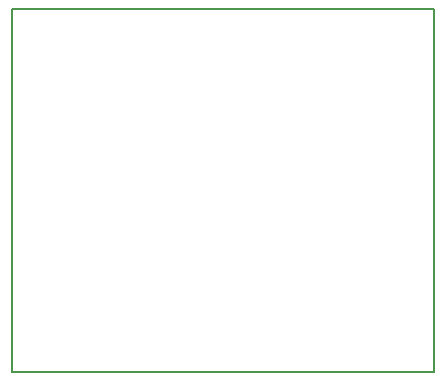
<source format=gbr>
G04 #@! TF.FileFunction,Profile,NP*
%FSLAX46Y46*%
G04 Gerber Fmt 4.6, Leading zero omitted, Abs format (unit mm)*
G04 Created by KiCad (PCBNEW 4.0.6) date 08/09/17 14:03:44*
%MOMM*%
%LPD*%
G01*
G04 APERTURE LIST*
%ADD10C,0.100000*%
%ADD11C,0.150000*%
G04 APERTURE END LIST*
D10*
D11*
X105800000Y-86800000D02*
X70000000Y-86800000D01*
X105800000Y-117500000D02*
X105800000Y-86800000D01*
X70000000Y-117500000D02*
X105800000Y-117500000D01*
X70000000Y-86800000D02*
X70000000Y-117500000D01*
M02*

</source>
